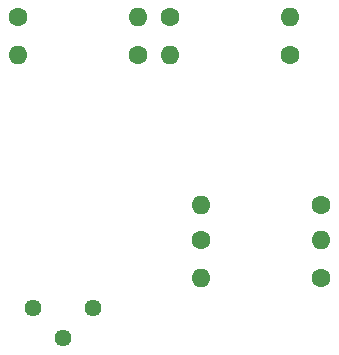
<source format=gbr>
%TF.GenerationSoftware,KiCad,Pcbnew,6.0.7-f9a2dced07~116~ubuntu20.04.1*%
%TF.CreationDate,2022-08-17T00:13:38+02:00*%
%TF.ProjectId,NVM-Amp,4e564d2d-416d-4702-9e6b-696361645f70,rev?*%
%TF.SameCoordinates,Original*%
%TF.FileFunction,Soldermask,Bot*%
%TF.FilePolarity,Negative*%
%FSLAX46Y46*%
G04 Gerber Fmt 4.6, Leading zero omitted, Abs format (unit mm)*
G04 Created by KiCad (PCBNEW 6.0.7-f9a2dced07~116~ubuntu20.04.1) date 2022-08-17 00:13:38*
%MOMM*%
%LPD*%
G01*
G04 APERTURE LIST*
%ADD10C,1.600000*%
%ADD11O,1.600000X1.600000*%
%ADD12C,1.440000*%
G04 APERTURE END LIST*
D10*
%TO.C,R14*%
X230080000Y-132575000D03*
D11*
X219920000Y-132575000D03*
%TD*%
D10*
%TO.C,R6*%
X214525000Y-119875000D03*
D11*
X204365000Y-119875000D03*
%TD*%
D12*
%TO.C,R1*%
X205670000Y-141325000D03*
X208210000Y-143865000D03*
X210750000Y-141325000D03*
%TD*%
D10*
%TO.C,R25*%
X230080000Y-138750000D03*
D11*
X219920000Y-138750000D03*
%TD*%
D10*
%TO.C,R12*%
X204370000Y-116725000D03*
D11*
X214530000Y-116725000D03*
%TD*%
D10*
%TO.C,R17*%
X227455000Y-119875000D03*
D11*
X217295000Y-119875000D03*
%TD*%
D10*
%TO.C,R26*%
X219920000Y-135600000D03*
D11*
X230080000Y-135600000D03*
%TD*%
D10*
%TO.C,R18*%
X217295000Y-116725000D03*
D11*
X227455000Y-116725000D03*
%TD*%
M02*

</source>
